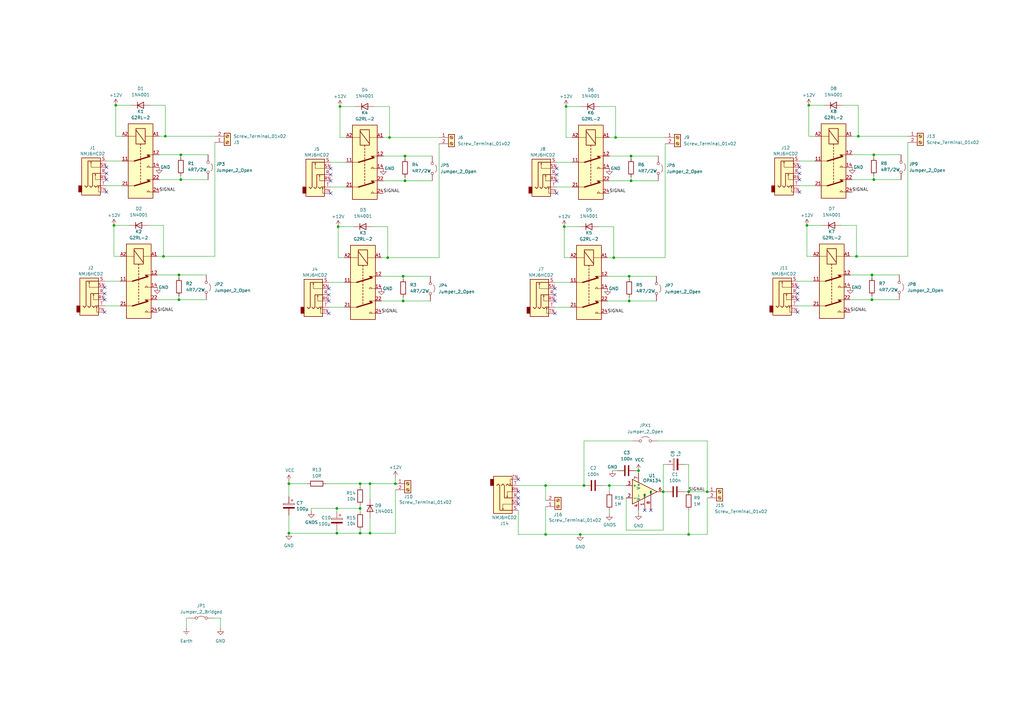
<source format=kicad_sch>
(kicad_sch (version 20250114) (generator "eeschema") (generator_version "9.0")
  (paper "A3")
  (title_block (title "Amp Switcher - 8-way Relay Array") (date "2025-03-20") (rev "1.0") (comment 3 "SPDX-FileCopyrightText: 2025 Arnaud Ferraris <aferraris@debian.org>") (comment 4 "SPDX-License-Identifier: CERN-OHL-S-2.0+"))
  (lib_symbols
    (symbol "Amplifier_Operational:OPA134" (pin_names (offset 0.127))
      (property "Reference" "U" (at 1.27 6.35 0))
      (property "Value" "OPA134" (at 1.27 3.81 0))
      (symbol "OPA134_1_1"
        (pin input line (at -7.62 2.54 0) (length 2.54) (name "+") (number "3"))
        (pin input line (at -7.62 -2.54 0) (length 2.54) (name "-") (number "2"))
        (pin power_in line (at -2.54 7.62 270) (length 3.81) (name "V+") (number "7"))
        (pin power_in line (at -2.54 -7.62 90) (length 3.81) (name "V-") (number "4"))
        (pin no_connect line (at 0 2.54 270) (length 2.54) (hide yes) (name "NC") (number "5"))
        (pin input line (at 0 -7.62 90) (length 5.08) (name "VOS") (number "1"))
        (pin input line (at 2.54 -7.62 90) (length 6.35) (name "VOS") (number "8"))
        (pin output line (at 7.62 0 180) (length 2.54) (name "~") (number "6"))
      )
    )
    (symbol "Connector:Screw_Terminal_01x02" (pin_names (offset 1.016) (hide yes))
      (property "Reference" "J" (at 0 2.54 0))
      (property "Value" "Screw_Terminal_01x02" (at 0 -5.08 0))
      (symbol "Screw_Terminal_01x02_1_1"
        (pin passive line (at -5.08 0 0) (length 3.81) (name "Pin_1") (number "1"))
        (pin passive line (at -5.08 -2.54 0) (length 3.81) (name "Pin_2") (number "2"))
      )
    )
    (symbol "Connector_Audio:NMJ6HCD2"
      (property "Reference" "J" (at 0 11.43 0))
      (property "Value" "NMJ6HCD2" (at 0 8.89 0))
      (symbol "NMJ6HCD2_1_1"
        (pin passive line (at 5.08 5.08 180) (length 2.54) (name "~") (number "S"))
        (pin passive line (at 5.08 2.54 180) (length 2.54) (name "~") (number "SN"))
        (pin passive line (at 5.08 0 180) (length 2.54) (name "~") (number "R"))
        (pin passive line (at 5.08 -2.54 180) (length 2.54) (name "~") (number "RN"))
        (pin passive line (at 5.08 -5.08 180) (length 2.54) (name "~") (number "T"))
        (pin passive line (at 5.08 -7.62 180) (length 2.54) (name "~") (number "TN"))
      )
    )
    (symbol "Device:C" (pin_numbers (hide yes)) (pin_names (offset 0.254))
      (property "Reference" "C" (at 0.635 2.54 0))
      (property "Value" "C" (at 0.635 -2.54 0))
      (symbol "C_1_1"
        (pin passive line (at 0 3.81 270) (length 2.794) (name "~") (number "1"))
        (pin passive line (at 0 -3.81 90) (length 2.794) (name "~") (number "2"))
      )
    )
    (symbol "Device:CP" (pin_numbers (hide yes)) (pin_names (offset 0.254))
      (property "Reference" "C" (at 0.635 2.54 0))
      (property "Value" "Device_CP" (at 0.635 -2.54 0))
      (symbol "CP_1_1"
        (pin passive line (at 0 3.81 270) (length 2.794) (name "~") (number "1"))
        (pin passive line (at 0 -3.81 90) (length 2.794) (name "~") (number "2"))
      )
    )
    (symbol "Device:D" (pin_numbers (hide yes)) (pin_names (offset 1.016) (hide yes))
      (property "Reference" "D" (at 0 2.54 0))
      (property "Value" "D" (at 0 -2.54 0))
      (symbol "D_1_1"
        (pin passive line (at -3.81 0 0) (length 2.54) (name "K") (number "1"))
        (pin passive line (at 3.81 0 180) (length 2.54) (name "A") (number "2"))
      )
    )
    (symbol "Device:R" (pin_numbers (hide yes)) (pin_names (offset 0))
      (property "Reference" "R" (at 2.032 0 90))
      (property "Value" "R" (at 0 0 90))
      (symbol "R_1_1"
        (pin passive line (at 0 3.81 270) (length 1.27) (name "~") (number "1"))
        (pin passive line (at 0 -3.81 90) (length 1.27) (name "~") (number "2"))
      )
    )
    (symbol "Jumper:Jumper_2_Bridged" (pin_numbers (hide yes)) (pin_names (offset 0) (hide yes)) (exclude_from_sim yes)
      (property "Reference" "JP" (at 0 1.905 0))
      (property "Value" "Jumper_2_Bridged" (at 0 -2.54 0))
      (symbol "Jumper_2_Bridged_1_1"
        (pin passive line (at -5.08 0 0) (length 2.54) (name "A") (number "1"))
        (pin passive line (at 5.08 0 180) (length 2.54) (name "B") (number "2"))
      )
    )
    (symbol "Jumper:Jumper_2_Open" (pin_numbers (hide yes)) (pin_names (offset 0) (hide yes)) (exclude_from_sim yes)
      (property "Reference" "JP" (at 0 2.794 0))
      (property "Value" "Jumper_2_Open" (at 0 -2.286 0))
      (symbol "Jumper_2_Open_1_1"
        (pin passive line (at -5.08 0 0) (length 2.54) (name "A") (number "1"))
        (pin passive line (at 5.08 0 180) (length 2.54) (name "B") (number "2"))
      )
    )
    (symbol "Relay:G2RL-2"
      (property "Reference" "K" (at 16.51 3.81 0))
      (property "Value" "G2RL-2" (at 16.51 1.27 0))
      (symbol "G2RL-2_1_1"
        (pin passive line (at -10.16 7.62 270) (length 2.54) (name "~") (number "A1"))
        (pin passive line (at -10.16 -7.62 90) (length 2.54) (name "~") (number "A2"))
        (pin passive line (at -2.54 7.62 270) (length 2.54) (name "~") (number "12"))
        (pin passive line (at 0 -7.62 90) (length 2.54) (name "~") (number "11"))
        (pin passive line (at 2.54 7.62 270) (length 2.54) (name "~") (number "14"))
        (pin passive line (at 7.62 7.62 270) (length 2.54) (name "~") (number "22"))
        (pin passive line (at 10.16 -7.62 90) (length 2.54) (name "~") (number "21"))
        (pin passive line (at 12.7 7.62 270) (length 2.54) (name "~") (number "24"))
      )
    )
    (symbol "power:+12V" (power) (pin_numbers (hide yes)) (pin_names (offset 0) (hide yes))
      (property "Value" "+12V" (at 0 3.556 0))
      (symbol "+12V_1_1"
        (pin power_in line (at 0 0 90) (length 0) (name "~") (number "1"))
      )
    )
    (symbol "power:Earth" (power) (pin_numbers (hide yes)) (pin_names (offset 0) (hide yes))
      (property "Value" "Earth" (at 0 -3.81 0))
      (symbol "Earth_1_1"
        (pin power_in line (at 0 0 270) (length 0) (name "~") (number "1"))
      )
    )
    (symbol "power:GND" (power) (pin_numbers (hide yes)) (pin_names (offset 0) (hide yes))
      (property "Value" "GND" (at 0 -3.81 0))
      (symbol "GND_1_1"
        (pin power_in line (at 0 0 270) (length 0) (name "~") (number "1"))
      )
    )
    (symbol "power:GNDS" (power) (pin_numbers (hide yes)) (pin_names (offset 0) (hide yes))
      (property "Value" "GNDS" (at 0 -3.81 0))
      (symbol "GNDS_1_1"
        (pin power_in line (at 0 0 270) (length 0) (name "~") (number "1"))
      )
    )
    (symbol "power:VCC" (power) (pin_numbers (hide yes)) (pin_names (offset 0) (hide yes))
      (property "Value" "VCC" (at 0 3.556 0))
      (symbol "VCC_1_1"
        (pin power_in line (at 0 0 90) (length 0) (name "~") (number "1"))
      )
    )
  )
  (junction (at 138.684 92.964))
  (junction (at 261.874 193.04))
  (junction (at 162.179 198.374))
  (junction (at 358.394 73.66))
  (junction (at 47.498 43.18))
  (junction (at 67.056 105.156))
  (junction (at 166.116 64.008))
  (junction (at 239.522 199.136))
  (junction (at 73.406 122.936))
  (junction (at 151.765 218.694))
  (junction (at 46.736 92.456))
  (junction (at 249.936 199.136))
  (junction (at 290.068 201.676))
  (junction (at 358.394 63.5))
  (junction (at 258.064 113.284))
  (junction (at 165.354 123.444))
  (junction (at 351.282 105.156))
  (junction (at 223.774 199.136))
  (junction (at 282.448 219.202))
  (junction (at 139.446 43.688))
  (junction (at 159.004 105.664))
  (junction (at 73.406 112.776))
  (junction (at 151.765 198.374))
  (junction (at 67.818 55.88))
  (junction (at 147.701 218.694))
  (junction (at 165.354 113.284))
  (junction (at 231.394 92.964))
  (junction (at 232.156 43.688))
  (junction (at 138.176 208.534))
  (junction (at 352.044 55.88))
  (junction (at 223.774 219.202))
  (junction (at 330.962 92.456))
  (junction (at 282.448 201.676))
  (junction (at 118.491 198.374))
  (junction (at 237.998 219.202))
  (junction (at 74.168 73.66))
  (junction (at 357.632 122.936))
  (junction (at 166.116 74.168))
  (junction (at 272.034 201.676))
  (junction (at 258.826 74.168))
  (junction (at 138.176 218.694))
  (junction (at 252.476 56.388))
  (junction (at 251.714 105.664))
  (junction (at 357.632 112.776))
  (junction (at 74.168 63.5))
  (junction (at 118.491 218.694))
  (junction (at 258.064 123.444))
  (junction (at 147.701 208.534))
  (junction (at 258.826 64.008))
  (junction (at 147.701 198.374))
  (junction (at 331.724 43.18))
  (junction (at 159.766 56.388))
  (no_connect (at 135.636 69.088))
  (no_connect (at 42.926 128.016))
  (no_connect (at 212.598 196.596))
  (no_connect (at 42.926 120.396))
  (no_connect (at 43.688 68.58))
  (no_connect (at 227.584 123.444))
  (no_connect (at 134.874 123.444))
  (no_connect (at 212.598 204.216))
  (no_connect (at 134.874 120.904))
  (no_connect (at 228.346 74.168))
  (no_connect (at 135.636 74.168))
  (no_connect (at 135.636 79.248))
  (no_connect (at 327.152 122.936))
  (no_connect (at 327.914 78.74))
  (no_connect (at 327.152 117.856))
  (no_connect (at 327.152 128.016))
  (no_connect (at 227.584 120.904))
  (no_connect (at 266.954 209.296))
  (no_connect (at 327.152 120.396))
  (no_connect (at 228.346 71.628))
  (no_connect (at 327.914 68.58))
  (no_connect (at 43.688 71.12))
  (no_connect (at 42.926 117.856))
  (no_connect (at 42.926 122.936))
  (no_connect (at 135.636 71.628))
  (no_connect (at 43.688 78.74))
  (no_connect (at 227.584 128.524))
  (no_connect (at 134.874 128.524))
  (no_connect (at 327.914 71.12))
  (no_connect (at 227.584 118.364))
  (no_connect (at 264.414 209.296))
  (no_connect (at 212.598 201.676))
  (no_connect (at 228.346 69.088))
  (no_connect (at 228.346 79.248))
  (no_connect (at 43.688 73.66))
  (no_connect (at 212.598 206.756))
  (no_connect (at 327.914 73.66))
  (no_connect (at 134.874 118.364))
  (wire (pts (xy 159.766 56.388) (xy 157.226 56.388)))
  (wire (pts (xy 357.632 122.936) (xy 368.808 122.936)))
  (wire (pts (xy 272.034 217.424) (xy 256.794 217.424)))
  (wire (pts (xy 151.765 218.694) (xy 162.179 218.694)))
  (wire (pts (xy 223.774 207.772) (xy 223.774 219.202)))
  (wire (pts (xy 88.138 58.42) (xy 88.138 105.156)))
  (wire (pts (xy 227.584 115.824) (xy 233.934 115.824)))
  (wire (pts (xy 237.998 219.202) (xy 282.448 219.202)))
  (wire (pts (xy 349.504 73.66) (xy 358.394 73.66)))
  (wire (pts (xy 227.584 125.984) (xy 233.934 125.984)))
  (wire (pts (xy 272.034 201.676) (xy 272.034 217.424)))
  (wire (pts (xy 232.156 43.688) (xy 238.506 43.688)))
  (wire (pts (xy 282.448 219.202) (xy 282.448 209.296)))
  (wire (pts (xy 42.926 125.476) (xy 49.276 125.476)))
  (wire (pts (xy 157.226 74.168) (xy 166.116 74.168)))
  (wire (pts (xy 65.278 63.5) (xy 74.168 63.5)))
  (wire (pts (xy 151.765 198.374) (xy 162.179 198.374)))
  (wire (pts (xy 237.998 219.202) (xy 223.774 219.202)))
  (wire (pts (xy 231.394 92.964) (xy 231.394 105.664)))
  (wire (pts (xy 147.701 209.804) (xy 147.701 208.534)))
  (wire (pts (xy 165.354 113.284) (xy 165.354 114.3)))
  (wire (pts (xy 258.064 113.284) (xy 258.064 114.3)))
  (wire (pts (xy 212.598 199.136) (xy 223.774 199.136)))
  (wire (pts (xy 138.684 92.964) (xy 145.034 92.964)))
  (wire (pts (xy 223.774 199.136) (xy 239.522 199.136)))
  (wire (pts (xy 47.498 43.18) (xy 53.848 43.18)))
  (wire (pts (xy 290.068 219.202) (xy 282.448 219.202)))
  (wire (pts (xy 251.206 193.04) (xy 253.238 193.04)))
  (wire (pts (xy 159.766 56.388) (xy 180.086 56.388)))
  (wire (pts (xy 47.498 43.18) (xy 47.498 55.88)))
  (wire (pts (xy 290.068 180.848) (xy 269.748 180.848)))
  (wire (pts (xy 251.714 105.664) (xy 272.796 105.664)))
  (wire (pts (xy 280.924 190.5) (xy 282.448 190.5)))
  (wire (pts (xy 345.694 43.18) (xy 352.044 43.18)))
  (wire (pts (xy 348.742 122.936) (xy 357.632 122.936)))
  (wire (pts (xy 153.416 43.688) (xy 159.766 43.688)))
  (wire (pts (xy 73.406 121.412) (xy 73.406 122.936)))
  (wire (pts (xy 358.394 63.5) (xy 358.394 64.516)))
  (wire (pts (xy 165.354 123.444) (xy 176.53 123.444)))
  (wire (pts (xy 138.176 218.694) (xy 147.701 218.694)))
  (wire (pts (xy 358.394 72.136) (xy 358.394 73.66)))
  (wire (pts (xy 327.914 66.04) (xy 334.264 66.04)))
  (wire (pts (xy 87.63 253.492) (xy 90.424 253.492)))
  (wire (pts (xy 282.448 190.5) (xy 282.448 201.676)))
  (wire (pts (xy 43.688 66.04) (xy 50.038 66.04)))
  (wire (pts (xy 352.044 43.18) (xy 352.044 55.88)))
  (wire (pts (xy 249.936 64.008) (xy 258.826 64.008)))
  (wire (pts (xy 139.446 43.688) (xy 139.446 56.388)))
  (wire (pts (xy 134.874 115.824) (xy 141.224 115.824)))
  (wire (pts (xy 135.636 76.708) (xy 141.986 76.708)))
  (wire (pts (xy 135.636 66.548) (xy 141.986 66.548)))
  (wire (pts (xy 251.714 92.964) (xy 251.714 105.664)))
  (wire (pts (xy 252.476 56.388) (xy 272.796 56.388)))
  (wire (pts (xy 249.936 199.136) (xy 249.936 201.676)))
  (wire (pts (xy 74.168 63.5) (xy 74.168 64.516)))
  (wire (pts (xy 46.736 92.456) (xy 53.086 92.456)))
  (wire (pts (xy 212.598 219.202) (xy 212.598 209.296)))
  (wire (pts (xy 348.742 112.776) (xy 357.632 112.776)))
  (wire (pts (xy 249.936 209.296) (xy 249.936 210.82)))
  (wire (pts (xy 252.476 56.388) (xy 249.936 56.388)))
  (wire (pts (xy 180.086 58.928) (xy 180.086 105.664)))
  (wire (pts (xy 118.491 218.694) (xy 138.176 218.694)))
  (wire (pts (xy 166.116 64.008) (xy 166.116 65.024)))
  (wire (pts (xy 147.701 208.534) (xy 138.176 208.534)))
  (wire (pts (xy 65.278 73.66) (xy 74.168 73.66)))
  (wire (pts (xy 232.156 43.688) (xy 232.156 56.388)))
  (wire (pts (xy 76.454 253.492) (xy 77.47 253.492)))
  (wire (pts (xy 246.126 43.688) (xy 252.476 43.688)))
  (wire (pts (xy 352.044 55.88) (xy 372.364 55.88)))
  (wire (pts (xy 147.701 198.374) (xy 133.731 198.374)))
  (wire (pts (xy 151.765 204.724) (xy 151.765 198.374)))
  (wire (pts (xy 147.701 199.644) (xy 147.701 198.374)))
  (wire (pts (xy 258.064 123.444) (xy 269.24 123.444)))
  (wire (pts (xy 64.516 112.776) (xy 73.406 112.776)))
  (wire (pts (xy 157.226 64.008) (xy 166.116 64.008)))
  (wire (pts (xy 358.394 73.66) (xy 369.57 73.66)))
  (wire (pts (xy 73.406 112.776) (xy 73.406 113.792)))
  (wire (pts (xy 357.632 112.776) (xy 357.632 113.792)))
  (wire (pts (xy 249.174 123.444) (xy 258.064 123.444)))
  (wire (pts (xy 138.176 217.424) (xy 138.176 218.694)))
  (wire (pts (xy 159.004 105.664) (xy 156.464 105.664)))
  (wire (pts (xy 126.111 198.374) (xy 118.491 198.374)))
  (wire (pts (xy 127.635 208.534) (xy 138.176 208.534)))
  (wire (pts (xy 260.858 193.04) (xy 261.874 193.04)))
  (wire (pts (xy 139.446 56.388) (xy 141.986 56.388)))
  (wire (pts (xy 280.67 201.676) (xy 282.448 201.676)))
  (wire (pts (xy 272.034 201.676) (xy 273.05 201.676)))
  (wire (pts (xy 159.766 43.688) (xy 159.766 56.388)))
  (wire (pts (xy 64.516 122.936) (xy 73.406 122.936)))
  (wire (pts (xy 252.476 43.688) (xy 252.476 56.388)))
  (wire (pts (xy 118.491 198.374) (xy 118.491 203.708)))
  (wire (pts (xy 162.179 200.914) (xy 162.179 218.694)))
  (wire (pts (xy 349.504 63.5) (xy 358.394 63.5)))
  (wire (pts (xy 272.034 201.676) (xy 272.034 190.5)))
  (wire (pts (xy 331.724 43.18) (xy 338.074 43.18)))
  (wire (pts (xy 118.491 198.374) (xy 118.491 197.358)))
  (wire (pts (xy 232.156 56.388) (xy 234.696 56.388)))
  (wire (pts (xy 327.152 125.476) (xy 333.502 125.476)))
  (wire (pts (xy 272.796 58.928) (xy 272.796 105.664)))
  (wire (pts (xy 138.684 105.664) (xy 141.224 105.664)))
  (wire (pts (xy 165.354 113.284) (xy 176.53 113.284)))
  (wire (pts (xy 331.724 55.88) (xy 334.264 55.88)))
  (wire (pts (xy 290.068 201.676) (xy 290.068 180.848)))
  (wire (pts (xy 46.736 92.456) (xy 46.736 105.156)))
  (wire (pts (xy 261.874 193.04) (xy 261.874 194.056)))
  (wire (pts (xy 147.701 198.374) (xy 151.765 198.374)))
  (wire (pts (xy 67.818 55.88) (xy 65.278 55.88)))
  (wire (pts (xy 147.701 217.424) (xy 147.701 218.694)))
  (wire (pts (xy 231.394 92.964) (xy 237.744 92.964)))
  (wire (pts (xy 330.962 105.156) (xy 333.502 105.156)))
  (wire (pts (xy 358.394 63.5) (xy 369.57 63.5)))
  (wire (pts (xy 73.406 122.936) (xy 84.582 122.936)))
  (wire (pts (xy 118.491 218.694) (xy 118.491 211.328)))
  (wire (pts (xy 330.962 92.456) (xy 330.962 105.156)))
  (wire (pts (xy 162.179 195.834) (xy 162.179 198.374)))
  (wire (pts (xy 152.654 92.964) (xy 159.004 92.964)))
  (wire (pts (xy 239.522 180.848) (xy 259.588 180.848)))
  (wire (pts (xy 258.826 64.008) (xy 270.002 64.008)))
  (wire (pts (xy 256.794 217.424) (xy 256.794 204.216)))
  (wire (pts (xy 74.168 73.66) (xy 85.344 73.66)))
  (wire (pts (xy 43.688 76.2) (xy 50.038 76.2)))
  (wire (pts (xy 249.174 113.284) (xy 258.064 113.284)))
  (wire (pts (xy 272.034 190.5) (xy 273.304 190.5)))
  (wire (pts (xy 67.056 105.156) (xy 88.138 105.156)))
  (wire (pts (xy 166.116 74.168) (xy 177.292 74.168)))
  (wire (pts (xy 134.874 125.984) (xy 141.224 125.984)))
  (wire (pts (xy 223.774 219.202) (xy 212.598 219.202)))
  (wire (pts (xy 138.684 92.964) (xy 138.684 105.664)))
  (wire (pts (xy 74.168 72.136) (xy 74.168 73.66)))
  (wire (pts (xy 245.364 92.964) (xy 251.714 92.964)))
  (wire (pts (xy 331.724 43.18) (xy 331.724 55.88)))
  (wire (pts (xy 357.632 112.776) (xy 368.808 112.776)))
  (wire (pts (xy 223.774 199.136) (xy 223.774 205.232)))
  (wire (pts (xy 247.142 199.136) (xy 249.936 199.136)))
  (wire (pts (xy 159.004 105.664) (xy 180.086 105.664)))
  (wire (pts (xy 67.818 55.88) (xy 88.138 55.88)))
  (wire (pts (xy 228.346 76.708) (xy 234.696 76.708)))
  (wire (pts (xy 249.936 74.168) (xy 258.826 74.168)))
  (wire (pts (xy 351.282 105.156) (xy 348.742 105.156)))
  (wire (pts (xy 46.736 105.156) (xy 49.276 105.156)))
  (wire (pts (xy 67.056 92.456) (xy 67.056 105.156)))
  (wire (pts (xy 327.152 115.316) (xy 333.502 115.316)))
  (wire (pts (xy 47.498 55.88) (xy 50.038 55.88)))
  (wire (pts (xy 138.176 208.534) (xy 138.176 209.804)))
  (wire (pts (xy 258.064 113.284) (xy 269.24 113.284)))
  (wire (pts (xy 282.448 201.676) (xy 290.068 201.676)))
  (wire (pts (xy 76.454 257.81) (xy 76.454 253.492)))
  (wire (pts (xy 42.926 115.316) (xy 49.276 115.316)))
  (wire (pts (xy 251.714 105.664) (xy 249.174 105.664)))
  (wire (pts (xy 60.706 92.456) (xy 67.056 92.456)))
  (wire (pts (xy 290.068 204.216) (xy 290.068 219.202)))
  (wire (pts (xy 74.168 63.5) (xy 85.344 63.5)))
  (wire (pts (xy 351.282 105.156) (xy 372.364 105.156)))
  (wire (pts (xy 166.116 72.644) (xy 166.116 74.168)))
  (wire (pts (xy 127.635 209.804) (xy 127.635 208.534)))
  (wire (pts (xy 330.962 92.456) (xy 337.312 92.456)))
  (wire (pts (xy 352.044 55.88) (xy 349.504 55.88)))
  (wire (pts (xy 67.818 43.18) (xy 67.818 55.88)))
  (wire (pts (xy 258.064 121.92) (xy 258.064 123.444)))
  (wire (pts (xy 249.936 199.136) (xy 256.794 199.136)))
  (wire (pts (xy 357.632 121.412) (xy 357.632 122.936)))
  (wire (pts (xy 372.364 58.42) (xy 372.364 105.156)))
  (wire (pts (xy 165.354 121.92) (xy 165.354 123.444)))
  (wire (pts (xy 166.116 64.008) (xy 177.292 64.008)))
  (wire (pts (xy 156.464 123.444) (xy 165.354 123.444)))
  (wire (pts (xy 258.826 72.644) (xy 258.826 74.168)))
  (wire (pts (xy 344.932 92.456) (xy 351.282 92.456)))
  (wire (pts (xy 139.446 43.688) (xy 145.796 43.688)))
  (wire (pts (xy 258.826 74.168) (xy 270.002 74.168)))
  (wire (pts (xy 327.914 76.2) (xy 334.264 76.2)))
  (wire (pts (xy 231.394 105.664) (xy 233.934 105.664)))
  (wire (pts (xy 228.346 66.548) (xy 234.696 66.548)))
  (wire (pts (xy 351.282 92.456) (xy 351.282 105.156)))
  (wire (pts (xy 156.464 113.284) (xy 165.354 113.284)))
  (wire (pts (xy 73.406 112.776) (xy 84.582 112.776)))
  (wire (pts (xy 239.522 180.848) (xy 239.522 199.136)))
  (wire (pts (xy 90.424 253.492) (xy 90.424 257.81)))
  (wire (pts (xy 261.874 209.296) (xy 261.874 210.566)))
  (wire (pts (xy 151.765 212.344) (xy 151.765 218.694)))
  (wire (pts (xy 159.004 92.964) (xy 159.004 105.664)))
  (wire (pts (xy 67.056 105.156) (xy 64.516 105.156)))
  (wire (pts (xy 147.701 208.534) (xy 147.701 207.264)))
  (wire (pts (xy 61.468 43.18) (xy 67.818 43.18)))
  (wire (pts (xy 147.701 218.694) (xy 151.765 218.694)))
  (wire (pts (xy 258.826 64.008) (xy 258.826 65.024)))
  (label "SIGNAL" (at 156.464 128.524 0))
  (label "SIGNAL" (at 64.516 128.016 0))
  (label "SIGNAL" (at 249.936 79.248 0))
  (label "SIGNAL" (at 282.448 201.676 0))
  (label "SIGNAL" (at 349.504 78.74 0))
  (label "SIGNAL" (at 249.174 128.524 0))
  (label "SIGNAL" (at 348.742 128.016 0))
  (label "SIGNAL" (at 157.226 79.248 0))
  (label "SIGNAL" (at 65.278 78.74 0))
  (symbol (lib_id "Device:CP") (at 138.176 213.614 0) (mirror y) (unit 1)
    (property "Reference" "C10" (at 131.826 212.344 0) (effects (justify right)))
    (property "Value" "100µ" (at 130.556 214.884 0) (effects (justify right)))
    (property "Footprint" "Capacitor_THT:CP_Radial_D5.0mm_P2.00mm" (effects (hide yes)))
    (property "MFR" "Nichicon" (effects (hide yes)))
    (property "MPN" "FW" (effects (hide yes)))
    (property "SPR" "Musikding" (effects (hide yes)))
    (property "SPN" "1547" (effects (hide yes)))
    (property "SPURL" "-" (effects (hide yes)))
  )
  (symbol (lib_id "Device:CP") (at 118.491 207.518 0) (mirror y) (unit 1)
    (property "Reference" "C7" (at 121.5136 206.3242 0) (effects (justify right)))
    (property "Value" "100µ" (at 121.5136 208.6864 0) (effects (justify right)))
    (property "Footprint" "Capacitor_THT:CP_Radial_D5.0mm_P2.00mm" (effects (hide yes)))
    (property "MFR" "-" (effects (hide yes)))
    (property "MPN" "-" (effects (hide yes)))
    (property "SPR" "Musikding" (effects (hide yes)))
    (property "SPN" "elko1000u16" (effects (hide yes)))
    (property "SPURL" "-" (effects (hide yes)))
  )
  (symbol (lib_id "power:VCC") (at 118.491 197.358 0) (unit 1)
    (property "Reference" "#PWR04" (effects (hide yes)))
    (property "Value" "VCC" (at 118.9228 192.913 0))
  )
  (symbol (lib_id "power:GNDS") (at 249.936 210.82 0) (unit 1)
    (property "Reference" "#PWR017" (effects (hide yes)))
    (property "Value" "GNDS" (at 250.063 215.265 0))
  )
  (symbol (lib_id "power:GND") (at 261.874 210.566 0) (unit 1)
    (property "Reference" "#PWR016" (effects (hide yes)))
    (property "Value" "GND" (at 261.874 215.646 0))
    (property "Description" "Power symbol creates a global label with name \"GND\" , ground" (effects (hide yes)))
  )
  (symbol (lib_id "Device:R") (at 74.168 68.326 180) (unit 1)
    (property "Reference" "R1" (at 76.962 67.0559 0) (effects (justify right)))
    (property "Value" "4R7/2W" (at 76.962 69.5959 0) (effects (justify right)))
    (property "Footprint" "Resistor_THT:R_Axial_DIN0414_L11.9mm_D4.5mm_P15.24mm_Horizontal" (effects (hide yes)))
    (property "Description" "Resistor" (effects (hide yes)))
  )
  (symbol (lib_id "Relay:G2RL-2") (at 56.896 115.316 270) (unit 1)
    (property "Reference" "K2" (at 56.896 94.996 90))
    (property "Value" "G2RL-2" (at 56.896 97.536 90))
    (property "Footprint" "Relay_THT:Relay_DPDT_Omron_G2RL-2" (effects (hide yes)))
    (property "Datasheet" "https://omronfs.omron.com/en_US/ecb/products/pdf/en-g2rl.pdf" (effects (hide yes)))
    (property "Description" "General Purpose Low Profile Relay DPDT Through Hole, Omron G2RL series, 8A 250VAC" (effects (hide yes)))
  )
  (symbol (lib_id "Relay:G2RL-2") (at 341.122 115.316 270) (unit 1)
    (property "Reference" "K7" (at 341.122 94.996 90))
    (property "Value" "G2RL-2" (at 341.122 97.536 90))
    (property "Footprint" "Relay_THT:Relay_DPDT_Omron_G2RL-2" (effects (hide yes)))
    (property "Datasheet" "https://omronfs.omron.com/en_US/ecb/products/pdf/en-g2rl.pdf" (effects (hide yes)))
    (property "Description" "General Purpose Low Profile Relay DPDT Through Hole, Omron G2RL series, 8A 250VAC" (effects (hide yes)))
  )
  (symbol (lib_id "Device:R") (at 357.632 117.602 180) (unit 1)
    (property "Reference" "R7" (at 360.426 116.3319 0) (effects (justify right)))
    (property "Value" "4R7/2W" (at 360.426 118.8719 0) (effects (justify right)))
    (property "Footprint" "Resistor_THT:R_Axial_DIN0414_L11.9mm_D4.5mm_P15.24mm_Horizontal" (effects (hide yes)))
    (property "Description" "Resistor" (effects (hide yes)))
  )
  (symbol (lib_id "Jumper:Jumper_2_Open") (at 84.582 117.856 270) (unit 1)
    (property "Reference" "JP2" (at 87.884 116.5859 90) (effects (justify left)))
    (property "Value" "Jumper_2_Open" (at 87.884 119.1259 90) (effects (justify left)))
    (property "Footprint" "Jumper:SolderJumper-2_P1.3mm_Open_RoundedPad1.0x1.5mm" (effects (hide yes)))
    (property "Description" "Jumper, 2-pole, open" (effects (hide yes)))
  )
  (symbol (lib_id "Device:D") (at 149.606 43.688 0) (unit 1)
    (property "Reference" "D4" (at 149.606 36.83 0))
    (property "Value" "1N4001" (at 149.606 39.37 0))
    (property "Footprint" "Diode_THT:D_DO-41_SOD81_P7.62mm_Horizontal" (effects (hide yes)))
    (property "Description" "Diode" (effects (hide yes)))
    (property "Sim.Device" "D" (effects (hide yes)))
    (property "Sim.Pins" "1=K 2=A" (effects (hide yes)))
  )
  (symbol (lib_id "Device:R") (at 258.826 68.834 180) (unit 1)
    (property "Reference" "R6" (at 261.62 67.5639 0) (effects (justify right)))
    (property "Value" "4R7/2W" (at 261.62 70.1039 0) (effects (justify right)))
    (property "Footprint" "Resistor_THT:R_Axial_DIN0414_L11.9mm_D4.5mm_P15.24mm_Horizontal" (effects (hide yes)))
    (property "Description" "Resistor" (effects (hide yes)))
  )
  (symbol (lib_id "Relay:G2RL-2") (at 341.884 66.04 270) (unit 1)
    (property "Reference" "K8" (at 341.884 45.72 90))
    (property "Value" "G2RL-2" (at 341.884 48.26 90))
    (property "Footprint" "Relay_THT:Relay_DPDT_Omron_G2RL-2" (effects (hide yes)))
    (property "Datasheet" "https://omronfs.omron.com/en_US/ecb/products/pdf/en-g2rl.pdf" (effects (hide yes)))
    (property "Description" "General Purpose Low Profile Relay DPDT Through Hole, Omron G2RL series, 8A 250VAC" (effects (hide yes)))
  )
  (symbol (lib_id "Device:D") (at 242.316 43.688 0) (unit 1)
    (property "Reference" "D6" (at 242.316 36.83 0))
    (property "Value" "1N4001" (at 242.316 39.37 0))
    (property "Footprint" "Diode_THT:D_DO-41_SOD81_P7.62mm_Horizontal" (effects (hide yes)))
    (property "Description" "Diode" (effects (hide yes)))
    (property "Sim.Device" "D" (effects (hide yes)))
    (property "Sim.Pins" "1=K 2=A" (effects (hide yes)))
  )
  (symbol (lib_id "Device:R") (at 73.406 117.602 180) (unit 1)
    (property "Reference" "R2" (at 76.2 116.3319 0) (effects (justify right)))
    (property "Value" "4R7/2W" (at 76.2 118.8719 0) (effects (justify right)))
    (property "Footprint" "Resistor_THT:R_Axial_DIN0414_L11.9mm_D4.5mm_P15.24mm_Horizontal" (effects (hide yes)))
    (property "Description" "Resistor" (effects (hide yes)))
  )
  (symbol (lib_id "power:+12V") (at 330.962 92.456 0) (unit 1)
    (property "Reference" "#PWR013" (effects (hide yes)))
    (property "Value" "+12V" (at 330.962 88.3229 0))
    (property "Description" "Power symbol creates a global label with name \"+12V\"" (effects (hide yes)))
  )
  (symbol (lib_id "power:GND") (at 237.998 219.202 0) (unit 1)
    (property "Reference" "#PWR02" (effects (hide yes)))
    (property "Value" "GND" (at 237.998 224.282 0))
    (property "Description" "Power symbol creates a global label with name \"GND\" , ground" (effects (hide yes)))
  )
  (symbol (lib_id "Relay:G2RL-2") (at 57.658 66.04 270) (unit 1)
    (property "Reference" "K1" (at 57.658 45.72 90))
    (property "Value" "G2RL-2" (at 57.658 48.26 90))
    (property "Footprint" "Relay_THT:Relay_DPDT_Omron_G2RL-2" (effects (hide yes)))
    (property "Datasheet" "https://omronfs.omron.com/en_US/ecb/products/pdf/en-g2rl.pdf" (effects (hide yes)))
    (property "Description" "General Purpose Low Profile Relay DPDT Through Hole, Omron G2RL series, 8A 250VAC" (effects (hide yes)))
  )
  (symbol (lib_id "power:+12V") (at 162.179 195.834 0) (unit 1)
    (property "Reference" "#PWR012" (effects (hide yes)))
    (property "Value" "+12V" (at 162.179 191.7009 0))
    (property "Description" "Power symbol creates a global label with name \"+12V\"" (effects (hide yes)))
  )
  (symbol (lib_id "Jumper:Jumper_2_Open") (at 85.344 68.58 270) (unit 1)
    (property "Reference" "JP3" (at 88.646 67.3099 90) (effects (justify left)))
    (property "Value" "Jumper_2_Open" (at 88.646 69.8499 90) (effects (justify left)))
    (property "Footprint" "Jumper:SolderJumper-2_P1.3mm_Open_RoundedPad1.0x1.5mm" (effects (hide yes)))
    (property "Description" "Jumper, 2-pole, open" (effects (hide yes)))
  )
  (symbol (lib_id "power:GND") (at 156.464 118.364 0) (unit 1)
    (property "Reference" "#PWR023" (effects (hide yes)))
    (property "Value" "GND" (at 159.004 118.364 0))
    (property "Description" "Power symbol creates a global label with name \"GND\" , ground" (effects (hide yes)))
  )
  (symbol (lib_id "power:+12V") (at 138.684 92.964 0) (unit 1)
    (property "Reference" "#PWR08" (effects (hide yes)))
    (property "Value" "+12V" (at 138.684 88.8309 0))
    (property "Description" "Power symbol creates a global label with name \"+12V\"" (effects (hide yes)))
  )
  (symbol (lib_id "Device:R") (at 282.448 205.486 180) (unit 1)
    (property "Reference" "R9" (at 284.48 204.2159 0) (effects (justify right)))
    (property "Value" "1M" (at 284.48 206.7559 0) (effects (justify right)))
    (property "Footprint" "Resistor_THT:R_Axial_DIN0207_L6.3mm_D2.5mm_P7.62mm_Horizontal" (effects (hide yes)))
    (property "Description" "Resistor" (effects (hide yes)))
  )
  (symbol (lib_id "power:VCC") (at 261.874 193.04 0) (unit 1)
    (property "Reference" "#PWR05" (effects (hide yes)))
    (property "Value" "VCC" (at 262.3058 188.595 0))
  )
  (symbol (lib_id "power:GND") (at 249.936 69.088 0) (unit 1)
    (property "Reference" "#PWR021" (effects (hide yes)))
    (property "Value" "GND" (at 252.476 69.088 0))
    (property "Description" "Power symbol creates a global label with name \"GND\" , ground" (effects (hide yes)))
  )
  (symbol (lib_id "Relay:G2RL-2") (at 242.316 66.548 270) (unit 1)
    (property "Reference" "K6" (at 242.316 46.228 90))
    (property "Value" "G2RL-2" (at 242.316 48.768 90))
    (property "Footprint" "Relay_THT:Relay_DPDT_Omron_G2RL-2" (effects (hide yes)))
    (property "Datasheet" "https://omronfs.omron.com/en_US/ecb/products/pdf/en-g2rl.pdf" (effects (hide yes)))
    (property "Description" "General Purpose Low Profile Relay DPDT Through Hole, Omron G2RL series, 8A 250VAC" (effects (hide yes)))
  )
  (symbol (lib_id "Device:D") (at 241.554 92.964 0) (unit 1)
    (property "Reference" "D5" (at 241.554 86.106 0))
    (property "Value" "1N4001" (at 241.554 88.646 0))
    (property "Footprint" "Diode_THT:D_DO-41_SOD81_P7.62mm_Horizontal" (effects (hide yes)))
    (property "Description" "Diode" (effects (hide yes)))
    (property "Sim.Device" "D" (effects (hide yes)))
    (property "Sim.Pins" "1=K 2=A" (effects (hide yes)))
  )
  (symbol (lib_id "Device:R") (at 258.064 118.11 180) (unit 1)
    (property "Reference" "R5" (at 260.858 116.8399 0) (effects (justify right)))
    (property "Value" "4R7/2W" (at 260.858 119.3799 0) (effects (justify right)))
    (property "Footprint" "Resistor_THT:R_Axial_DIN0414_L11.9mm_D4.5mm_P15.24mm_Horizontal" (effects (hide yes)))
    (property "Description" "Resistor" (effects (hide yes)))
  )
  (symbol (lib_id "power:+12V") (at 139.446 43.688 0) (unit 1)
    (property "Reference" "#PWR09" (effects (hide yes)))
    (property "Value" "+12V" (at 139.446 39.5549 0))
    (property "Description" "Power symbol creates a global label with name \"+12V\"" (effects (hide yes)))
  )
  (symbol (lib_id "Jumper:Jumper_2_Open") (at 270.002 69.088 270) (unit 1)
    (property "Reference" "JP6" (at 273.304 67.8179 90) (effects (justify left)))
    (property "Value" "Jumper_2_Open" (at 273.304 70.3579 90) (effects (justify left)))
    (property "Footprint" "Jumper:SolderJumper-2_P1.3mm_Open_RoundedPad1.0x1.5mm" (effects (hide yes)))
    (property "Description" "Jumper, 2-pole, open" (effects (hide yes)))
  )
  (symbol (lib_id "Connector_Audio:NMJ6HCD2") (at 223.266 71.628 0) (unit 1)
    (property "Reference" "J8" (at 222.631 61.1335 0))
    (property "Value" "NMJ6HCD2" (at 222.631 63.5578 0))
    (property "Footprint" "Connector_Audio:Jack_6.35mm_Neutrik_NMJ6HCD2_Horizontal" (effects (hide yes)))
    (property "Datasheet" "https://www.neutrik.com/en/product/nmj6hcd2" (effects (hide yes)))
    (property "Description" "M Series, 6.35mm (1/4in) stereo jack, switched, with chrome ferrule and straight PCB pins" (effects (hide yes)))
  )
  (symbol (lib_id "power:GND") (at 349.504 68.58 0) (unit 1)
    (property "Reference" "#PWR020" (effects (hide yes)))
    (property "Value" "GND" (at 352.044 68.58 0))
    (property "Description" "Power symbol creates a global label with name \"GND\" , ground" (effects (hide yes)))
  )
  (symbol (lib_id "Connector_Audio:NMJ6HCD2") (at 38.608 71.12 0) (unit 1)
    (property "Reference" "J1" (at 37.973 60.6255 0))
    (property "Value" "NMJ6HCD2" (at 37.973 63.0498 0))
    (property "Footprint" "Connector_Audio:Jack_6.35mm_Neutrik_NMJ6HCD2_Horizontal" (effects (hide yes)))
    (property "Datasheet" "https://www.neutrik.com/en/product/nmj6hcd2" (effects (hide yes)))
    (property "Description" "M Series, 6.35mm (1/4in) stereo jack, switched, with chrome ferrule and straight PCB pins" (effects (hide yes)))
  )
  (symbol (lib_id "Device:R") (at 165.354 118.11 180) (unit 1)
    (property "Reference" "R3" (at 168.148 116.8399 0) (effects (justify right)))
    (property "Value" "4R7/2W" (at 168.148 119.3799 0) (effects (justify right)))
    (property "Footprint" "Resistor_THT:R_Axial_DIN0414_L11.9mm_D4.5mm_P15.24mm_Horizontal" (effects (hide yes)))
    (property "Description" "Resistor" (effects (hide yes)))
  )
  (symbol (lib_id "Device:R") (at 129.921 198.374 90) (unit 1)
    (property "Reference" "R13" (at 129.921 192.659 90))
    (property "Value" "10R" (at 129.921 195.199 90))
    (property "Footprint" "Resistor_THT:R_Axial_DIN0207_L6.3mm_D2.5mm_P7.62mm_Horizontal" (effects (hide yes)))
    (property "MFR" "-" (effects (hide yes)))
    (property "MPN" "-" (effects (hide yes)))
    (property "SPR" "Musikding" (effects (hide yes)))
    (property "SPN" "10Rmetall" (effects (hide yes)))
    (property "SPURL" "-" (effects (hide yes)))
  )
  (symbol (lib_id "Device:R") (at 147.701 203.454 0) (mirror y) (unit 1)
    (property "Reference" "R14" (at 145.923 202.2602 0) (effects (justify left)))
    (property "Value" "10k" (at 145.923 204.6224 0) (effects (justify left)))
    (property "Footprint" "Resistor_THT:R_Axial_DIN0207_L6.3mm_D2.5mm_P7.62mm_Horizontal" (effects (hide yes)))
    (property "MFR" "-" (effects (hide yes)))
    (property "MPN" "-" (effects (hide yes)))
    (property "SPR" "Musikding" (effects (hide yes)))
    (property "SPN" "10kmetall" (effects (hide yes)))
    (property "SPURL" "-" (effects (hide yes)))
  )
  (symbol (lib_id "Connector_Audio:NMJ6HCD2") (at 222.504 120.904 0) (unit 1)
    (property "Reference" "J7" (at 221.869 110.4095 0))
    (property "Value" "NMJ6HCD2" (at 221.869 112.8338 0))
    (property "Footprint" "Connector_Audio:Jack_6.35mm_Neutrik_NMJ6HCD2_Horizontal" (effects (hide yes)))
    (property "Datasheet" "https://www.neutrik.com/en/product/nmj6hcd2" (effects (hide yes)))
    (property "Description" "M Series, 6.35mm (1/4in) stereo jack, switched, with chrome ferrule and straight PCB pins" (effects (hide yes)))
  )
  (symbol (lib_id "Jumper:Jumper_2_Open") (at 269.24 118.364 270) (unit 1)
    (property "Reference" "JP7" (at 272.542 117.0939 90) (effects (justify left)))
    (property "Value" "Jumper_2_Open" (at 272.542 119.6339 90) (effects (justify left)))
    (property "Footprint" "Jumper:SolderJumper-2_P1.3mm_Open_RoundedPad1.0x1.5mm" (effects (hide yes)))
    (property "Description" "Jumper, 2-pole, open" (effects (hide yes)))
  )
  (symbol (lib_id "Connector_Audio:NMJ6HCD2") (at 37.846 120.396 0) (unit 1)
    (property "Reference" "J2" (at 37.211 109.9015 0))
    (property "Value" "NMJ6HCD2" (at 37.211 112.3258 0))
    (property "Footprint" "Connector_Audio:Jack_6.35mm_Neutrik_NMJ6HCD2_Horizontal" (effects (hide yes)))
    (property "Datasheet" "https://www.neutrik.com/en/product/nmj6hcd2" (effects (hide yes)))
    (property "Description" "M Series, 6.35mm (1/4in) stereo jack, switched, with chrome ferrule and straight PCB pins" (effects (hide yes)))
  )
  (symbol (lib_id "power:GND") (at 251.206 193.04 0) (unit 1)
    (property "Reference" "#PWR03" (effects (hide yes)))
    (property "Value" "GND" (at 251.206 191.516 0))
    (property "Description" "Power symbol creates a global label with name \"GND\" , ground" (effects (hide yes)))
  )
  (symbol (lib_id "Device:D") (at 341.884 43.18 0) (unit 1)
    (property "Reference" "D8" (at 341.884 36.322 0))
    (property "Value" "1N4001" (at 341.884 38.862 0))
    (property "Footprint" "Diode_THT:D_DO-41_SOD81_P7.62mm_Horizontal" (effects (hide yes)))
    (property "Description" "Diode" (effects (hide yes)))
    (property "Sim.Device" "D" (effects (hide yes)))
    (property "Sim.Pins" "1=K 2=A" (effects (hide yes)))
  )
  (symbol (lib_id "Device:C") (at 257.048 193.04 270) (unit 1)
    (property "Reference" "C3" (at 257.048 185.674 90))
    (property "Value" "100n" (at 257.048 188.214 90))
    (property "Footprint" "Capacitor_THT:C_Rect_L7.2mm_W3.5mm_P5.00mm_FKS2_FKP2_MKS2_MKP2" (effects (hide yes)))
    (property "Description" "Unpolarized capacitor" (effects (hide yes)))
  )
  (symbol (lib_id "power:+12V") (at 331.724 43.18 0) (unit 1)
    (property "Reference" "#PWR014" (effects (hide yes)))
    (property "Value" "+12V" (at 331.724 39.0469 0))
    (property "Description" "Power symbol creates a global label with name \"+12V\"" (effects (hide yes)))
  )
  (symbol (lib_id "Connector:Screw_Terminal_01x02") (at 277.876 56.388 0) (unit 1)
    (property "Reference" "J9" (at 280.416 56.3879 0) (effects (justify left)))
    (property "Value" "Screw_Terminal_01x02" (at 280.416 58.9279 0) (effects (justify left)))
    (property "Footprint" "TerminalBlock:TerminalBlock_bornier-2_P5.08mm" (effects (hide yes)))
    (property "Description" "Generic screw terminal, single row, 01x02, script generated (kicad-library-utils/schlib/autogen/connector/)" (effects (hide yes)))
  )
  (symbol (lib_id "Device:R") (at 358.394 68.326 180) (unit 1)
    (property "Reference" "R8" (at 361.188 67.0559 0) (effects (justify right)))
    (property "Value" "4R7/2W" (at 361.188 69.5959 0) (effects (justify right)))
    (property "Footprint" "Resistor_THT:R_Axial_DIN0414_L11.9mm_D4.5mm_P15.24mm_Horizontal" (effects (hide yes)))
    (property "Description" "Resistor" (effects (hide yes)))
  )
  (symbol (lib_id "Device:D") (at 148.844 92.964 0) (unit 1)
    (property "Reference" "D3" (at 148.844 86.106 0))
    (property "Value" "1N4001" (at 148.844 88.646 0))
    (property "Footprint" "Diode_THT:D_DO-41_SOD81_P7.62mm_Horizontal" (effects (hide yes)))
    (property "Description" "Diode" (effects (hide yes)))
    (property "Sim.Device" "D" (effects (hide yes)))
    (property "Sim.Pins" "1=K 2=A" (effects (hide yes)))
  )
  (symbol (lib_id "Connector_Audio:NMJ6HCD2") (at 207.518 204.216 0) (mirror x) (unit 1)
    (property "Reference" "J14" (at 206.883 214.7105 0))
    (property "Value" "NMJ6HCD2" (at 206.883 212.2862 0))
    (property "Footprint" "Connector_Audio:Jack_6.35mm_Neutrik_NMJ6HCD2_Horizontal" (effects (hide yes)))
    (property "Datasheet" "https://www.neutrik.com/en/product/nmj6hcd2" (effects (hide yes)))
    (property "Description" "M Series, 6.35mm (1/4in) stereo jack, switched, with chrome ferrule and straight PCB pins" (effects (hide yes)))
  )
  (symbol (lib_id "power:+12V") (at 232.156 43.688 0) (unit 1)
    (property "Reference" "#PWR011" (effects (hide yes)))
    (property "Value" "+12V" (at 232.156 39.5549 0))
    (property "Description" "Power symbol creates a global label with name \"+12V\"" (effects (hide yes)))
  )
  (symbol (lib_id "Device:C") (at 276.86 201.676 270) (unit 1)
    (property "Reference" "C1" (at 276.86 194.564 90))
    (property "Value" "100n" (at 276.86 197.104 90))
    (property "Footprint" "Capacitor_THT:C_Rect_L7.2mm_W3.5mm_P5.00mm_FKS2_FKP2_MKS2_MKP2" (effects (hide yes)))
    (property "Description" "Unpolarized capacitor" (effects (hide yes)))
  )
  (symbol (lib_id "Device:CP") (at 277.114 190.5 90) (mirror x) (unit 1)
    (property "Reference" "C8" (at 275.9202 187.4774 0) (effects (justify right)))
    (property "Value" "1µ" (at 278.2824 187.4774 0) (effects (justify right)))
    (property "Footprint" "Capacitor_THT:CP_Radial_D5.0mm_P2.00mm" (effects (hide yes)))
    (property "MFR" "-" (effects (hide yes)))
    (property "MPN" "-" (effects (hide yes)))
    (property "SPR" "Musikding" (effects (hide yes)))
    (property "SPN" "elko1000u16" (effects (hide yes)))
    (property "SPURL" "-" (effects (hide yes)))
  )
  (symbol (lib_id "power:GND") (at 90.424 257.81 0) (unit 1)
    (property "Reference" "#PWR027" (effects (hide yes)))
    (property "Value" "GND" (at 90.424 262.89 0))
    (property "Description" "Power symbol creates a global label with name \"GND\" , ground" (effects (hide yes)))
  )
  (symbol (lib_id "Device:R") (at 147.701 213.614 0) (mirror y) (unit 1)
    (property "Reference" "R15" (at 145.923 212.4202 0) (effects (justify left)))
    (property "Value" "10k" (at 145.923 214.7824 0) (effects (justify left)))
    (property "Footprint" "Resistor_THT:R_Axial_DIN0207_L6.3mm_D2.5mm_P7.62mm_Horizontal" (effects (hide yes)))
    (property "MFR" "-" (effects (hide yes)))
    (property "MPN" "-" (effects (hide yes)))
    (property "SPR" "Musikding" (effects (hide yes)))
    (property "SPN" "10kmetall" (effects (hide yes)))
    (property "SPURL" "-" (effects (hide yes)))
  )
  (symbol (lib_id "Connector_Audio:NMJ6HCD2") (at 322.834 71.12 0) (unit 1)
    (property "Reference" "J12" (at 322.199 60.6255 0))
    (property "Value" "NMJ6HCD2" (at 322.199 63.0498 0))
    (property "Footprint" "Connector_Audio:Jack_6.35mm_Neutrik_NMJ6HCD2_Horizontal" (effects (hide yes)))
    (property "Datasheet" "https://www.neutrik.com/en/product/nmj6hcd2" (effects (hide yes)))
    (property "Description" "M Series, 6.35mm (1/4in) stereo jack, switched, with chrome ferrule and straight PCB pins" (effects (hide yes)))
  )
  (symbol (lib_id "Connector:Screw_Terminal_01x02") (at 185.166 56.388 0) (unit 1)
    (property "Reference" "J6" (at 187.706 56.3879 0) (effects (justify left)))
    (property "Value" "Screw_Terminal_01x02" (at 187.706 58.9279 0) (effects (justify left)))
    (property "Footprint" "TerminalBlock:TerminalBlock_bornier-2_P5.08mm" (effects (hide yes)))
    (property "Description" "Generic screw terminal, single row, 01x02, script generated (kicad-library-utils/schlib/autogen/connector/)" (effects (hide yes)))
  )
  (symbol (lib_id "power:+12V") (at 46.736 92.456 0) (unit 1)
    (property "Reference" "#PWR07" (effects (hide yes)))
    (property "Value" "+12V" (at 46.736 88.3229 0))
    (property "Description" "Power symbol creates a global label with name \"+12V\"" (effects (hide yes)))
  )
  (symbol (lib_id "Relay:G2RL-2") (at 148.844 115.824 270) (unit 1)
    (property "Reference" "K3" (at 148.844 95.504 90))
    (property "Value" "G2RL-2" (at 148.844 98.044 90))
    (property "Footprint" "Relay_THT:Relay_DPDT_Omron_G2RL-2" (effects (hide yes)))
    (property "Datasheet" "https://omronfs.omron.com/en_US/ecb/products/pdf/en-g2rl.pdf" (effects (hide yes)))
    (property "Description" "General Purpose Low Profile Relay DPDT Through Hole, Omron G2RL series, 8A 250VAC" (effects (hide yes)))
  )
  (symbol (lib_id "Device:R") (at 249.936 205.486 180) (unit 1)
    (property "Reference" "R16" (at 251.968 204.2159 0) (effects (justify right)))
    (property "Value" "1M" (at 251.968 206.7559 0) (effects (justify right)))
    (property "Footprint" "Resistor_THT:R_Axial_DIN0207_L6.3mm_D2.5mm_P7.62mm_Horizontal" (effects (hide yes)))
    (property "Description" "Resistor" (effects (hide yes)))
  )
  (symbol (lib_id "Device:D") (at 151.765 208.534 270) (unit 1)
    (property "Reference" "D9" (at 153.7716 207.3402 90) (effects (justify left)))
    (property "Value" "1N4001" (at 153.7716 209.7024 90) (effects (justify left)))
    (property "Footprint" "Diode_THT:D_DO-41_SOD81_P7.62mm_Horizontal" (effects (hide yes)))
    (property "MFR" "-" (effects (hide yes)))
    (property "MPN" "-" (effects (hide yes)))
    (property "SPR" "Musikding" (effects (hide yes)))
    (property "SPN" "1n4007" (effects (hide yes)))
    (property "SPURL" "-" (effects (hide yes)))
  )
  (symbol (lib_id "Connector_Audio:NMJ6HCD2") (at 130.556 71.628 0) (unit 1)
    (property "Reference" "J5" (at 129.921 61.1335 0))
    (property "Value" "NMJ6HCD2" (at 129.921 63.5578 0))
    (property "Footprint" "Connector_Audio:Jack_6.35mm_Neutrik_NMJ6HCD2_Horizontal" (effects (hide yes)))
    (property "Datasheet" "https://www.neutrik.com/en/product/nmj6hcd2" (effects (hide yes)))
    (property "Description" "M Series, 6.35mm (1/4in) stereo jack, switched, with chrome ferrule and straight PCB pins" (effects (hide yes)))
  )
  (symbol (lib_id "power:+12V") (at 231.394 92.964 0) (unit 1)
    (property "Reference" "#PWR010" (effects (hide yes)))
    (property "Value" "+12V" (at 231.394 88.8309 0))
    (property "Description" "Power symbol creates a global label with name \"+12V\"" (effects (hide yes)))
  )
  (symbol (lib_id "Connector:Screw_Terminal_01x02") (at 167.259 198.374 0) (unit 1)
    (property "Reference" "J10" (at 165.735 203.708 0) (effects (justify left)))
    (property "Value" "Screw_Terminal_01x02" (at 163.703 205.994 0) (effects (justify left)))
    (property "Footprint" "TerminalBlock:TerminalBlock_bornier-2_P5.08mm" (effects (hide yes)))
    (property "Description" "Generic screw terminal, single row, 01x02, script generated (kicad-library-utils/schlib/autogen/connector/)" (effects (hide yes)))
  )
  (symbol (lib_id "power:GND") (at 118.491 218.694 0) (unit 1)
    (property "Reference" "#PWR01" (effects (hide yes)))
    (property "Value" "GND" (at 118.491 223.774 0))
    (property "Description" "Power symbol creates a global label with name \"GND\" , ground" (effects (hide yes)))
  )
  (symbol (lib_id "Relay:G2RL-2") (at 241.554 115.824 270) (unit 1)
    (property "Reference" "K5" (at 241.554 95.504 90))
    (property "Value" "G2RL-2" (at 241.554 98.044 90))
    (property "Footprint" "Relay_THT:Relay_DPDT_Omron_G2RL-2" (effects (hide yes)))
    (property "Datasheet" "https://omronfs.omron.com/en_US/ecb/products/pdf/en-g2rl.pdf" (effects (hide yes)))
    (property "Description" "General Purpose Low Profile Relay DPDT Through Hole, Omron G2RL series, 8A 250VAC" (effects (hide yes)))
  )
  (symbol (lib_id "Connector:Screw_Terminal_01x02") (at 93.218 58.42 0) (mirror x) (unit 1)
    (property "Reference" "J3" (at 95.758 58.4201 0) (effects (justify left)))
    (property "Value" "Screw_Terminal_01x02" (at 95.758 55.8801 0) (effects (justify left)))
    (property "Footprint" "TerminalBlock:TerminalBlock_bornier-2_P5.08mm" (effects (hide yes)))
    (property "Description" "Generic screw terminal, single row, 01x02, script generated (kicad-library-utils/schlib/autogen/connector/)" (effects (hide yes)))
  )
  (symbol (lib_id "power:GND") (at 348.742 117.856 0) (unit 1)
    (property "Reference" "#PWR019" (effects (hide yes)))
    (property "Value" "GND" (at 351.282 117.856 0))
    (property "Description" "Power symbol creates a global label with name \"GND\" , ground" (effects (hide yes)))
  )
  (symbol (lib_id "Jumper:Jumper_2_Open") (at 368.808 117.856 270) (unit 1)
    (property "Reference" "JP8" (at 372.11 116.5859 90) (effects (justify left)))
    (property "Value" "Jumper_2_Open" (at 372.11 119.1259 90) (effects (justify left)))
    (property "Footprint" "Jumper:SolderJumper-2_P1.3mm_Open_RoundedPad1.0x1.5mm" (effects (hide yes)))
    (property "Description" "Jumper, 2-pole, open" (effects (hide yes)))
  )
  (symbol (lib_id "Connector_Audio:NMJ6HCD2") (at 129.794 120.904 0) (unit 1)
    (property "Reference" "J4" (at 129.159 110.4095 0))
    (property "Value" "NMJ6HCD2" (at 129.159 112.8338 0))
    (property "Footprint" "Connector_Audio:Jack_6.35mm_Neutrik_NMJ6HCD2_Horizontal" (effects (hide yes)))
    (property "Datasheet" "https://www.neutrik.com/en/product/nmj6hcd2" (effects (hide yes)))
    (property "Description" "M Series, 6.35mm (1/4in) stereo jack, switched, with chrome ferrule and straight PCB pins" (effects (hide yes)))
  )
  (symbol (lib_id "power:Earth") (at 76.454 257.81 0) (unit 1)
    (property "Reference" "#PWR026" (effects (hide yes)))
    (property "Value" "Earth" (at 76.454 262.89 0))
    (property "Description" "Power symbol creates a global label with name \"Earth\"" (effects (hide yes)))
  )
  (symbol (lib_id "Device:C") (at 243.332 199.136 270) (unit 1)
    (property "Reference" "C2" (at 243.332 192.024 90))
    (property "Value" "100n" (at 243.332 194.564 90))
    (property "Footprint" "Capacitor_THT:C_Rect_L7.2mm_W3.5mm_P5.00mm_FKS2_FKP2_MKS2_MKP2" (effects (hide yes)))
    (property "Description" "Unpolarized capacitor" (effects (hide yes)))
  )
  (symbol (lib_id "Connector:Screw_Terminal_01x02") (at 295.148 201.676 0) (unit 1)
    (property "Reference" "J15" (at 293.37 207.264 0) (effects (justify left)))
    (property "Value" "Screw_Terminal_01x02" (at 293.116 209.804 0) (effects (justify left)))
    (property "Footprint" "TerminalBlock:TerminalBlock_bornier-2_P5.08mm" (effects (hide yes)))
    (property "Description" "Generic screw terminal, single row, 01x02, script generated (kicad-library-utils/schlib/autogen/connector/)" (effects (hide yes)))
  )
  (symbol (lib_id "Jumper:Jumper_2_Open") (at 176.53 118.364 270) (unit 1)
    (property "Reference" "JP4" (at 179.832 117.0939 90) (effects (justify left)))
    (property "Value" "Jumper_2_Open" (at 179.832 119.6339 90) (effects (justify left)))
    (property "Footprint" "Jumper:SolderJumper-2_P1.3mm_Open_RoundedPad1.0x1.5mm" (effects (hide yes)))
    (property "Description" "Jumper, 2-pole, open" (effects (hide yes)))
  )
  (symbol (lib_id "power:GNDS") (at 127.635 209.804 0) (unit 1)
    (property "Reference" "#PWR015" (effects (hide yes)))
    (property "Value" "GNDS" (at 127.762 214.249 0))
  )
  (symbol (lib_id "Device:D") (at 56.896 92.456 0) (unit 1)
    (property "Reference" "D2" (at 56.896 85.598 0))
    (property "Value" "1N4001" (at 56.896 88.138 0))
    (property "Footprint" "Diode_THT:D_DO-41_SOD81_P7.62mm_Horizontal" (effects (hide yes)))
    (property "Description" "Diode" (effects (hide yes)))
    (property "Sim.Device" "D" (effects (hide yes)))
    (property "Sim.Pins" "1=K 2=A" (effects (hide yes)))
  )
  (symbol (lib_id "Device:D") (at 341.122 92.456 0) (unit 1)
    (property "Reference" "D7" (at 341.122 85.598 0))
    (property "Value" "1N4001" (at 341.122 88.138 0))
    (property "Footprint" "Diode_THT:D_DO-41_SOD81_P7.62mm_Horizontal" (effects (hide yes)))
    (property "Description" "Diode" (effects (hide yes)))
    (property "Sim.Device" "D" (effects (hide yes)))
    (property "Sim.Pins" "1=K 2=A" (effects (hide yes)))
  )
  (symbol (lib_id "Amplifier_Operational:OPA134") (at 264.414 201.676 0) (unit 1)
    (property "Reference" "U1" (at 267.462 195.072 0))
    (property "Value" "OPA134" (at 267.462 197.104 0))
    (property "Footprint" "Package_DIP:DIP-8_W7.62mm_Socket_LongPads" (effects (hide yes)))
    (property "Datasheet" "http://www.ti.com/lit/ds/symlink/opa134.pdf" (effects (hide yes)))
    (property "Description" "Single SoundPlus High Performance Audio Operational Amplifiers, DIP-8/SOIC-8" (effects (hide yes)))
  )
  (symbol (lib_id "Connector:Screw_Terminal_01x02") (at 228.854 207.772 0) (mirror x) (unit 1)
    (property "Reference" "J16" (at 227.076 211.074 0) (effects (justify left)))
    (property "Value" "Screw_Terminal_01x02" (at 225.044 213.36 0) (effects (justify left)))
    (property "Footprint" "TerminalBlock:TerminalBlock_bornier-2_P5.08mm" (effects (hide yes)))
    (property "Description" "Generic screw terminal, single row, 01x02, script generated (kicad-library-utils/schlib/autogen/connector/)" (effects (hide yes)))
  )
  (symbol (lib_id "power:GND") (at 64.516 117.856 0) (unit 1)
    (property "Reference" "#PWR018" (effects (hide yes)))
    (property "Value" "GND" (at 67.056 117.856 0))
    (property "Description" "Power symbol creates a global label with name \"GND\" , ground" (effects (hide yes)))
  )
  (symbol (lib_id "Jumper:Jumper_2_Open") (at 177.292 69.088 270) (unit 1)
    (property "Reference" "JP5" (at 180.594 67.8179 90) (effects (justify left)))
    (property "Value" "Jumper_2_Open" (at 180.594 70.3579 90) (effects (justify left)))
    (property "Footprint" "Jumper:SolderJumper-2_P1.3mm_Open_RoundedPad1.0x1.5mm" (effects (hide yes)))
    (property "Description" "Jumper, 2-pole, open" (effects (hide yes)))
  )
  (symbol (lib_id "Device:R") (at 166.116 68.834 180) (unit 1)
    (property "Reference" "R4" (at 168.91 67.5639 0) (effects (justify right)))
    (property "Value" "4R7/2W" (at 168.91 70.1039 0) (effects (justify right)))
    (property "Footprint" "Resistor_THT:R_Axial_DIN0414_L11.9mm_D4.5mm_P15.24mm_Horizontal" (effects (hide yes)))
    (property "Description" "Resistor" (effects (hide yes)))
  )
  (symbol (lib_id "power:GND") (at 157.226 69.088 0) (unit 1)
    (property "Reference" "#PWR024" (effects (hide yes)))
    (property "Value" "GND" (at 159.766 69.088 0))
    (property "Description" "Power symbol creates a global label with name \"GND\" , ground" (effects (hide yes)))
  )
  (symbol (lib_id "power:GND") (at 65.278 68.58 0) (unit 1)
    (property "Reference" "#PWR025" (effects (hide yes)))
    (property "Value" "GND" (at 67.818 68.58 0))
    (property "Description" "Power symbol creates a global label with name \"GND\" , ground" (effects (hide yes)))
  )
  (symbol (lib_id "Connector:Screw_Terminal_01x02") (at 377.444 55.88 0) (unit 1)
    (property "Reference" "J13" (at 379.984 55.8799 0) (effects (justify left)))
    (property "Value" "Screw_Terminal_01x02" (at 379.984 58.4199 0) (effects (justify left)))
    (property "Footprint" "TerminalBlock:TerminalBlock_bornier-2_P5.08mm" (effects (hide yes)))
    (property "Description" "Generic screw terminal, single row, 01x02, script generated (kicad-library-utils/schlib/autogen/connector/)" (effects (hide yes)))
  )
  (symbol (lib_id "Jumper:Jumper_2_Open") (at 264.668 180.848 0) (mirror y) (unit 1)
    (property "Reference" "JPX1" (at 264.668 174.498 0))
    (property "Value" "Jumper_2_Open" (at 264.668 177.038 0))
    (property "Footprint" "Jumper:SolderJumper-2_P1.3mm_Open_Pad1.0x1.5mm" (effects (hide yes)))
    (property "Description" "Jumper, 2-pole, open" (effects (hide yes)))
  )
  (symbol (lib_id "power:GND") (at 249.174 118.364 0) (unit 1)
    (property "Reference" "#PWR022" (effects (hide yes)))
    (property "Value" "GND" (at 251.714 118.364 0))
    (property "Description" "Power symbol creates a global label with name \"GND\" , ground" (effects (hide yes)))
  )
  (symbol (lib_id "Relay:G2RL-2") (at 149.606 66.548 270) (unit 1)
    (property "Reference" "K4" (at 149.606 46.228 90))
    (property "Value" "G2RL-2" (at 149.606 48.768 90))
    (property "Footprint" "Relay_THT:Relay_DPDT_Omron_G2RL-2" (effects (hide yes)))
    (property "Datasheet" "https://omronfs.omron.com/en_US/ecb/products/pdf/en-g2rl.pdf" (effects (hide yes)))
    (property "Description" "General Purpose Low Profile Relay DPDT Through Hole, Omron G2RL series, 8A 250VAC" (effects (hide yes)))
  )
  (symbol (lib_id "Connector_Audio:NMJ6HCD2") (at 322.072 120.396 0) (unit 1)
    (property "Reference" "J11" (at 321.437 109.9015 0))
    (property "Value" "NMJ6HCD2" (at 321.437 112.3258 0))
    (property "Footprint" "Connector_Audio:Jack_6.35mm_Neutrik_NMJ6HCD2_Horizontal" (effects (hide yes)))
    (property "Datasheet" "https://www.neutrik.com/en/product/nmj6hcd2" (effects (hide yes)))
    (property "Description" "M Series, 6.35mm (1/4in) stereo jack, switched, with chrome ferrule and straight PCB pins" (effects (hide yes)))
  )
  (symbol (lib_id "Jumper:Jumper_2_Bridged") (at 82.55 253.492 0) (unit 1)
    (property "Reference" "JP1" (at 82.55 248.412 0))
    (property "Value" "Jumper_2_Bridged" (at 82.55 250.952 0))
    (property "Footprint" "Jumper:SolderJumper-2_P1.3mm_Bridged_RoundedPad1.0x1.5mm" (effects (hide yes)))
    (property "Description" "Jumper, 2-pole, closed/bridged" (effects (hide yes)))
  )
  (symbol (lib_id "Device:D") (at 57.658 43.18 0) (unit 1)
    (property "Reference" "D1" (at 57.658 36.322 0))
    (property "Value" "1N4001" (at 57.658 38.862 0))
    (property "Footprint" "Diode_THT:D_DO-41_SOD81_P7.62mm_Horizontal" (effects (hide yes)))
    (property "Description" "Diode" (effects (hide yes)))
    (property "Sim.Device" "D" (effects (hide yes)))
    (property "Sim.Pins" "1=K 2=A" (effects (hide yes)))
  )
  (symbol (lib_id "Jumper:Jumper_2_Open") (at 369.57 68.58 270) (unit 1)
    (property "Reference" "JP9" (at 372.872 67.3099 90) (effects (justify left)))
    (property "Value" "Jumper_2_Open" (at 372.872 69.8499 90) (effects (justify left)))
    (property "Footprint" "Jumper:SolderJumper-2_P1.3mm_Open_RoundedPad1.0x1.5mm" (effects (hide yes)))
    (property "Description" "Jumper, 2-pole, open" (effects (hide yes)))
  )
  (symbol (lib_id "power:+12V") (at 47.498 43.18 0) (unit 1)
    (property "Reference" "#PWR06" (effects (hide yes)))
    (property "Value" "+12V" (at 47.498 39.0469 0))
    (property "Description" "Power symbol creates a global label with name \"+12V\"" (effects (hide yes)))
  )
)
</source>
